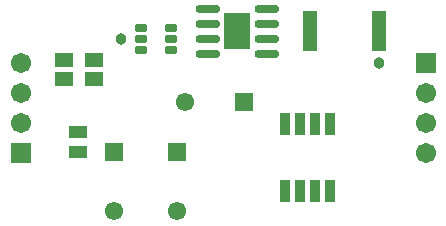
<source format=gts>
G04*
G04 #@! TF.GenerationSoftware,Altium Limited,Altium Designer,18.0.12 (696)*
G04*
G04 Layer_Color=8388736*
%FSLAX25Y25*%
%MOIN*%
G70*
G01*
G75*
%ADD13R,0.08786X0.12211*%
%ADD14O,0.08274X0.02762*%
G04:AMPARAMS|DCode=15|XSize=29.65mil|YSize=39.5mil|CornerRadius=5.95mil|HoleSize=0mil|Usage=FLASHONLY|Rotation=90.000|XOffset=0mil|YOffset=0mil|HoleType=Round|Shape=RoundedRectangle|*
%AMROUNDEDRECTD15*
21,1,0.02965,0.02760,0,0,90.0*
21,1,0.01776,0.03950,0,0,90.0*
1,1,0.01190,0.01380,0.00888*
1,1,0.01190,0.01380,-0.00888*
1,1,0.01190,-0.01380,-0.00888*
1,1,0.01190,-0.01380,0.00888*
%
%ADD15ROUNDEDRECTD15*%
%ADD16R,0.06115X0.04540*%
%ADD17R,0.04934X0.13595*%
%ADD18R,0.05918X0.04147*%
%ADD19R,0.03359X0.07690*%
%ADD20C,0.06115*%
%ADD21R,0.06115X0.06115*%
%ADD22C,0.02368*%
%ADD23R,0.06115X0.06115*%
%ADD24C,0.06706*%
%ADD25R,0.06706X0.06706*%
%ADD26C,0.03800*%
D13*
X207189Y180500D02*
D03*
D14*
X217032Y188000D02*
D03*
Y183000D02*
D03*
Y178000D02*
D03*
Y173000D02*
D03*
X197346D02*
D03*
Y178000D02*
D03*
Y183000D02*
D03*
Y188000D02*
D03*
D15*
X185020Y181740D02*
D03*
Y178000D02*
D03*
Y174260D02*
D03*
X174980D02*
D03*
Y178000D02*
D03*
Y181740D02*
D03*
D16*
X159500Y164701D02*
D03*
Y171000D02*
D03*
X149500Y164701D02*
D03*
Y171000D02*
D03*
D17*
X231583Y180500D02*
D03*
X254417D02*
D03*
D18*
X154000Y140154D02*
D03*
Y146846D02*
D03*
D19*
X223000Y127453D02*
D03*
X228000D02*
D03*
X233000D02*
D03*
X238000D02*
D03*
X223000Y149500D02*
D03*
X228000D02*
D03*
X233000D02*
D03*
X238000D02*
D03*
D20*
X189657Y157000D02*
D03*
X187000Y120500D02*
D03*
X166000Y120658D02*
D03*
D21*
X209343Y157000D02*
D03*
D22*
X203980Y180500D02*
D03*
X207189Y185224D02*
D03*
X210398Y180500D02*
D03*
X207189Y175776D02*
D03*
D23*
X187000Y140185D02*
D03*
X166000Y140342D02*
D03*
D24*
X270000Y140000D02*
D03*
Y150000D02*
D03*
Y160000D02*
D03*
X135000Y170000D02*
D03*
Y160000D02*
D03*
Y150000D02*
D03*
D25*
X270000Y170000D02*
D03*
X135000Y140000D02*
D03*
D26*
X254500Y170000D02*
D03*
X168500Y178000D02*
D03*
M02*

</source>
